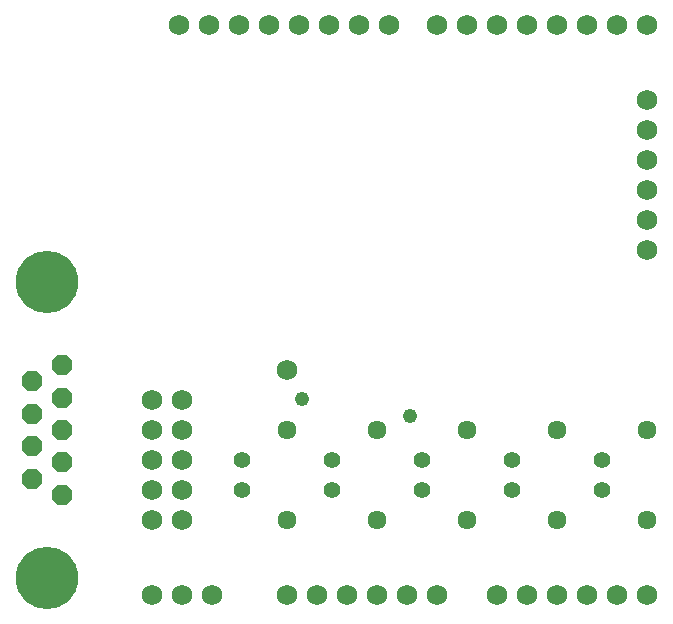
<source format=gbs>
G75*
G70*
%OFA0B0*%
%FSLAX24Y24*%
%IPPOS*%
%LPD*%
%AMOC8*
5,1,8,0,0,1.08239X$1,22.5*
%
%ADD10OC8,0.0680*%
%ADD11C,0.2080*%
%ADD12C,0.0680*%
%ADD13C,0.0556*%
%ADD14C,0.0634*%
%ADD15C,0.0480*%
D10*
X006705Y005717D03*
X007705Y006257D03*
X006705Y006797D03*
X007705Y007337D03*
X006705Y007877D03*
X007705Y008417D03*
X006705Y008957D03*
X007705Y009497D03*
X007705Y005177D03*
D11*
X007205Y002407D03*
X007205Y012267D03*
D12*
X010705Y008337D03*
X011705Y008337D03*
X011705Y007337D03*
X010705Y007337D03*
X010705Y006337D03*
X011705Y006337D03*
X011705Y005337D03*
X010705Y005337D03*
X010705Y004337D03*
X011705Y004337D03*
X011705Y001837D03*
X010705Y001837D03*
X012705Y001837D03*
X015205Y001837D03*
X016205Y001837D03*
X017205Y001837D03*
X018205Y001837D03*
X019205Y001837D03*
X020205Y001837D03*
X022205Y001837D03*
X023205Y001837D03*
X024205Y001837D03*
X025205Y001837D03*
X026205Y001837D03*
X027205Y001837D03*
X015205Y009337D03*
X027205Y013337D03*
X027205Y014337D03*
X027205Y015337D03*
X027205Y016337D03*
X027205Y017337D03*
X027205Y018337D03*
X027205Y020837D03*
X026205Y020837D03*
X025205Y020837D03*
X024205Y020837D03*
X023205Y020837D03*
X022205Y020837D03*
X021205Y020837D03*
X020205Y020837D03*
X018605Y020837D03*
X017605Y020837D03*
X016605Y020837D03*
X015605Y020837D03*
X014605Y020837D03*
X013605Y020837D03*
X012605Y020837D03*
X011605Y020837D03*
D13*
X013705Y006337D03*
X013705Y005337D03*
X016705Y005337D03*
X016705Y006337D03*
X019705Y006337D03*
X019705Y005337D03*
X022705Y005337D03*
X022705Y006337D03*
X025705Y006337D03*
X025705Y005337D03*
D14*
X027205Y004337D03*
X024205Y004337D03*
X021205Y004337D03*
X018205Y004337D03*
X015205Y004337D03*
X015205Y007337D03*
X018205Y007337D03*
X021205Y007337D03*
X024205Y007337D03*
X027205Y007337D03*
D15*
X019305Y007797D03*
X015705Y008357D03*
M02*

</source>
